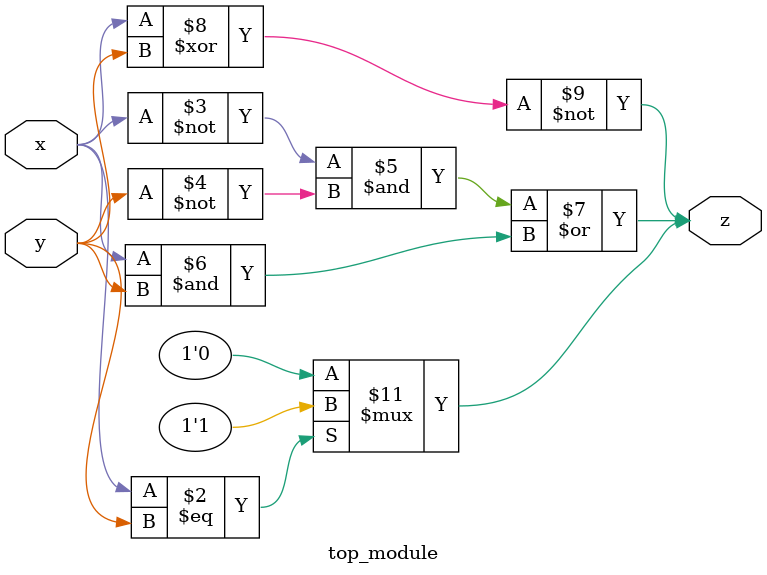
<source format=v>
module top_module ( input x, input y, output z );
    always @(*) begin
        if(x == y)
            z = 1;
        else
            z = 0;
    end

    // The simulation waveforms gives you a truth table:
	// y x   z
	// 0 0   1
	// 0 1   0
	// 1 0   0
	// 1 1   1   
	// Two minterms: 
	assign z = (~x & ~y) | (x & y);

	// Or: Notice this is an XNOR.
	assign z = ~(x^y);

endmodule
</source>
